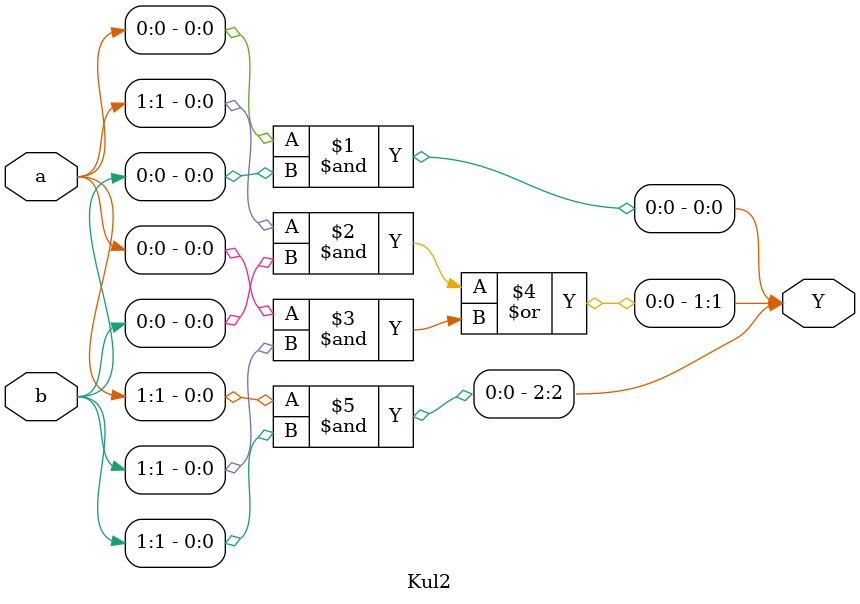
<source format=v>
module Kul2(
    input [1:0]a,b,
    output [4:0]Y
);

    assign Y[0] = a[0] & b[0];
    assign Y[1] = (a[1] & b[0]) | (a[0] & b[1]);
    assign Y[2] = a[1] & b[1];

endmodule
</source>
